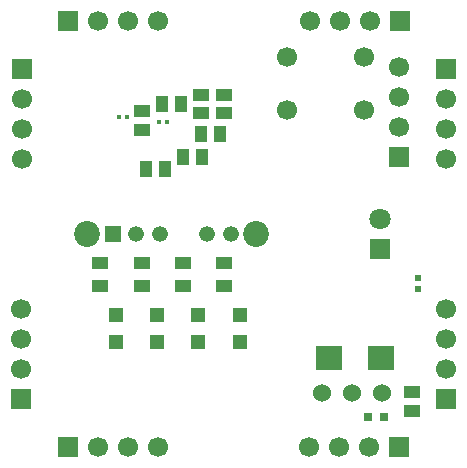
<source format=gbr>
%TF.GenerationSoftware,KiCad,Pcbnew,9.0.6*%
%TF.CreationDate,2025-12-07T19:24:30-08:00*%
%TF.ProjectId,redstone_repeater,72656473-746f-46e6-955f-726570656174,rev?*%
%TF.SameCoordinates,Original*%
%TF.FileFunction,Soldermask,Bot*%
%TF.FilePolarity,Negative*%
%FSLAX46Y46*%
G04 Gerber Fmt 4.6, Leading zero omitted, Abs format (unit mm)*
G04 Created by KiCad (PCBNEW 9.0.6) date 2025-12-07 19:24:30*
%MOMM*%
%LPD*%
G01*
G04 APERTURE LIST*
%ADD10C,1.524000*%
%ADD11C,1.700000*%
%ADD12R,1.337000X1.337000*%
%ADD13C,1.337000*%
%ADD14C,2.190000*%
%ADD15R,1.700000X1.700000*%
%ADD16R,1.800000X1.800000*%
%ADD17C,1.800000*%
%ADD18R,1.450000X1.000000*%
%ADD19R,1.020000X1.470000*%
%ADD20R,0.620000X0.600000*%
%ADD21R,0.460000X0.420000*%
%ADD22R,1.470000X1.020000*%
%ADD23R,1.250000X1.150000*%
%ADD24R,2.200000X2.150000*%
%ADD25R,0.650000X0.700000*%
G04 APERTURE END LIST*
D10*
%TO.C,U2*%
X192580000Y-68500000D03*
X190040000Y-68500000D03*
X187500000Y-68500000D03*
%TD*%
D11*
%TO.C,SW1*%
X184500000Y-40000000D03*
X191000000Y-40000000D03*
X184500000Y-44500000D03*
X191000000Y-44500000D03*
%TD*%
D12*
%TO.C,S1*%
X169753508Y-55000000D03*
D13*
X171753508Y-55000000D03*
X173753508Y-55000000D03*
X177753508Y-55000000D03*
X179753508Y-55000000D03*
D14*
X167603508Y-55000000D03*
X181903508Y-55000000D03*
%TD*%
D15*
%TO.C,J9*%
X194000000Y-48500000D03*
D11*
X194000000Y-45960000D03*
X194000000Y-43420000D03*
X194000000Y-40880000D03*
%TD*%
D15*
%TO.C,J8*%
X162000000Y-69000000D03*
D11*
X162000000Y-66460000D03*
X162000000Y-63920000D03*
X162000000Y-61380000D03*
%TD*%
D15*
%TO.C,J4*%
X197975000Y-69000000D03*
D11*
X197975000Y-66460000D03*
X197975000Y-63920000D03*
X197975000Y-61380000D03*
%TD*%
D15*
%TO.C,J1*%
X165975000Y-37000000D03*
D11*
X168515000Y-37000000D03*
X171055000Y-37000000D03*
X173595000Y-37000000D03*
%TD*%
D15*
%TO.C,J2*%
X194095000Y-37000000D03*
D11*
X191555000Y-37000000D03*
X189015000Y-37000000D03*
X186475000Y-37000000D03*
%TD*%
D15*
%TO.C,J6*%
X193975000Y-73025000D03*
D11*
X191435000Y-73025000D03*
X188895000Y-73025000D03*
X186355000Y-73025000D03*
%TD*%
D16*
%TO.C,D5*%
X192403508Y-56270000D03*
D17*
X192403508Y-53730000D03*
%TD*%
D15*
%TO.C,J5*%
X165975000Y-73000000D03*
D11*
X168515000Y-73000000D03*
X171055000Y-73000000D03*
X173595000Y-73000000D03*
%TD*%
D15*
%TO.C,J7*%
X162050000Y-41000000D03*
D11*
X162050000Y-43540000D03*
X162050000Y-46080000D03*
X162050000Y-48620000D03*
%TD*%
D15*
%TO.C,J3*%
X198000000Y-41000000D03*
D11*
X198000000Y-43540000D03*
X198000000Y-46080000D03*
X198000000Y-48620000D03*
%TD*%
D18*
%TO.C,R6*%
X175700000Y-57500000D03*
X175700000Y-59400000D03*
%TD*%
D19*
%TO.C,C2*%
X172600000Y-49500000D03*
X174200000Y-49500000D03*
%TD*%
%TO.C,C2*%
X173900000Y-44000000D03*
X175500000Y-44000000D03*
%TD*%
D20*
%TO.C,C1*%
X195580000Y-59693863D03*
X195580000Y-58773863D03*
%TD*%
D19*
%TO.C,C2*%
X178800000Y-46500000D03*
X177200000Y-46500000D03*
%TD*%
D21*
%TO.C,C9*%
X170929999Y-45062500D03*
X170269999Y-45062500D03*
%TD*%
D18*
%TO.C,R1*%
X168700000Y-57500000D03*
X168700000Y-59400000D03*
%TD*%
D22*
%TO.C,C3*%
X195080000Y-68400000D03*
X195080000Y-70000000D03*
%TD*%
D23*
%TO.C,R4*%
X177000000Y-64175000D03*
X177000000Y-61825000D03*
%TD*%
D24*
%TO.C,D19*%
X192500000Y-65500000D03*
X188100000Y-65500000D03*
%TD*%
D19*
%TO.C,C2*%
X177300000Y-48500000D03*
X175700000Y-48500000D03*
%TD*%
D22*
%TO.C,C10*%
X172200000Y-46190000D03*
X172200000Y-44590000D03*
%TD*%
D23*
%TO.C,R7*%
X180500000Y-64175000D03*
X180500000Y-61825000D03*
%TD*%
D22*
%TO.C,C10*%
X179200000Y-44800000D03*
X179200000Y-43200000D03*
%TD*%
%TO.C,C2*%
X177200000Y-43200000D03*
X177200000Y-44800000D03*
%TD*%
D18*
%TO.C,R8*%
X179200000Y-57500000D03*
X179200000Y-59400000D03*
%TD*%
D25*
%TO.C,C4*%
X192755000Y-70500000D03*
X191405000Y-70500000D03*
%TD*%
D23*
%TO.C,R2*%
X173500000Y-64175000D03*
X173500000Y-61825000D03*
%TD*%
D21*
%TO.C,C11*%
X173700000Y-45500000D03*
X174360000Y-45500000D03*
%TD*%
D23*
%TO.C,R5*%
X170000000Y-64175000D03*
X170000000Y-61825000D03*
%TD*%
D18*
%TO.C,R3*%
X172200000Y-57500000D03*
X172200000Y-59400000D03*
%TD*%
M02*

</source>
